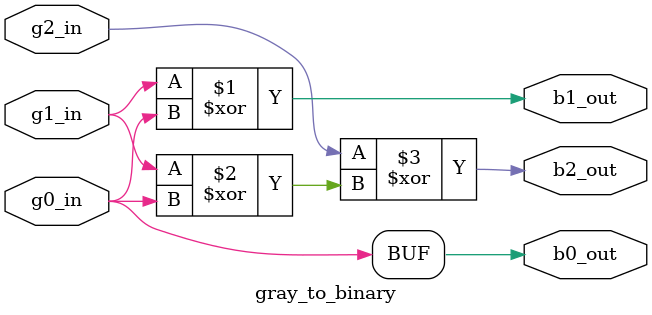
<source format=v>
`timescale 1ns / 1ps


module gray_to_binary(
input g0_in ,
input g1_in,
input g2_in,
output b0_out,
output b1_out,
output b2_out
    );
    
  assign b0_out =g0_in;
  assign b1_out =(g1_in ^  g0_in); 
  assign b2_out =(g2_in ^(g1_in ^  g0_in)); 
endmodule

</source>
